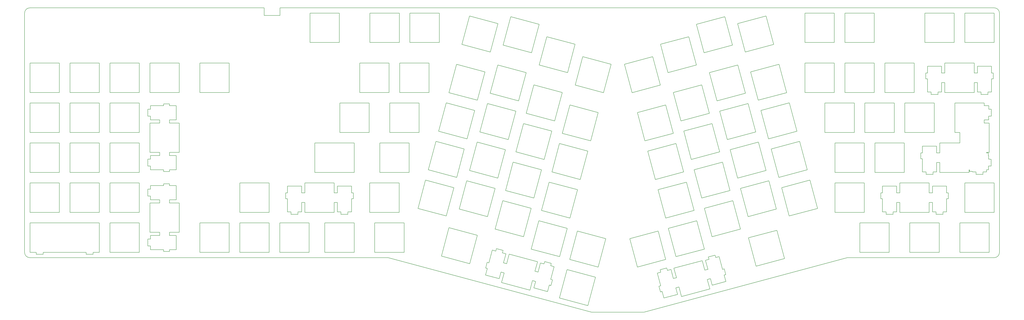
<source format=gbr>
%TF.GenerationSoftware,KiCad,Pcbnew,(5.1.10)-1*%
%TF.CreationDate,2021-06-29T00:41:49-07:00*%
%TF.ProjectId,HSC_Alice_plate,4853435f-416c-4696-9365-5f706c617465,rev?*%
%TF.SameCoordinates,Original*%
%TF.FileFunction,Profile,NP*%
%FSLAX46Y46*%
G04 Gerber Fmt 4.6, Leading zero omitted, Abs format (unit mm)*
G04 Created by KiCad (PCBNEW (5.1.10)-1) date 2021-06-29 00:41:49*
%MOMM*%
%LPD*%
G01*
G04 APERTURE LIST*
%TA.AperFunction,Profile*%
%ADD10C,0.200000*%
%TD*%
G04 APERTURE END LIST*
D10*
X343270278Y-118187711D02*
X343270277Y-113488712D01*
X152974900Y-155271587D02*
X154191453Y-150731349D01*
X370595377Y-89613062D02*
X371845628Y-89613062D01*
X113097238Y-65998133D02*
X109473772Y-79521095D01*
X137661238Y-47927033D02*
X134037772Y-61449995D01*
X126620200Y-69621600D02*
X113097238Y-65998133D01*
X109473772Y-79521095D02*
X122996733Y-83144561D01*
X131550200Y-51220200D02*
X118027238Y-47596733D01*
X134037772Y-61449995D02*
X147560733Y-65073461D01*
X181896733Y-84134561D02*
X185520200Y-70611600D01*
X168373772Y-80511095D02*
X181896733Y-84134561D01*
X127926733Y-64743161D02*
X131550200Y-51220200D01*
X129106772Y-79851095D02*
X142629733Y-83474561D01*
X142629733Y-83474561D02*
X146253200Y-69951600D01*
X122996733Y-83144561D02*
X126620200Y-69621600D01*
X118027238Y-47596733D02*
X114403772Y-61119695D01*
X151205772Y-70981095D02*
X164728733Y-74604561D01*
X114403772Y-61119695D02*
X127926733Y-64743161D01*
X154829238Y-57458133D02*
X151205772Y-70981095D01*
X164728733Y-74604561D02*
X168352200Y-61081600D01*
X171997238Y-66988133D02*
X168373772Y-80511095D01*
X185520200Y-70611600D02*
X171997238Y-66988133D01*
X147560733Y-65073461D02*
X151184200Y-51550500D01*
X151184200Y-51550500D02*
X137661238Y-47927033D01*
X168352200Y-61081600D02*
X154829238Y-57458133D01*
X371637227Y-69062706D02*
X371642785Y-67345361D01*
X371846228Y-75613112D02*
X369464628Y-75613412D01*
X372835921Y-69066585D02*
X371637227Y-69062706D01*
X371620967Y-74086880D02*
X371626545Y-72363189D01*
X372825239Y-72367068D02*
X372835921Y-69066585D01*
X371626545Y-72363189D02*
X372825239Y-72367068D01*
X362471017Y-98683096D02*
X363843489Y-98687538D01*
X369464628Y-74088012D02*
X371620967Y-74086880D01*
X362471017Y-97887811D02*
X362471017Y-98683096D01*
X47780628Y-137238062D02*
X47780628Y-123238062D01*
X33780628Y-123238062D02*
X33780628Y-137238062D01*
X76355628Y-80088062D02*
X76355628Y-66088062D01*
X76642628Y-118188062D02*
X90642628Y-118188062D01*
X62355628Y-66088062D02*
X62355628Y-80088062D01*
X76355628Y-66088062D02*
X62355628Y-66088062D01*
X62355628Y-80088062D02*
X76355628Y-80088062D01*
X90642628Y-118188062D02*
X90642628Y-104188062D01*
X50448628Y-99138062D02*
X69211628Y-99138062D01*
X95405628Y-99138062D02*
X95405628Y-85138062D01*
X81405628Y-85138062D02*
X81405628Y-99138062D01*
X95405628Y-85138062D02*
X81405628Y-85138062D01*
X81405628Y-99138062D02*
X95405628Y-99138062D01*
X55211628Y-137238062D02*
X69211628Y-137238062D01*
X47780628Y-123238062D02*
X33780628Y-123238062D01*
X76642628Y-104188062D02*
X76642628Y-118188062D01*
X90642628Y-104188062D02*
X76642628Y-104188062D01*
X69211628Y-123238062D02*
X55211628Y-123238062D01*
X93023628Y-123238062D02*
X79023628Y-123238062D01*
X69211628Y-85138062D02*
X50448628Y-85138062D01*
X45686628Y-118188062D02*
X59686628Y-118188062D01*
X50448628Y-85138062D02*
X50448628Y-99138062D01*
X93023628Y-137238062D02*
X93023628Y-123238062D01*
X79023628Y-123238062D02*
X79023628Y-137238062D01*
X79023628Y-137238062D02*
X93023628Y-137238062D01*
X69211628Y-137238062D02*
X69211628Y-123238062D01*
X69211628Y-99138062D02*
X69211628Y-85138062D01*
X55211628Y-123238062D02*
X55211628Y-137238062D01*
X-33182372Y-104188062D02*
X-47182372Y-104188062D01*
X-66232372Y-85138062D02*
X-66232372Y-99138062D01*
X-85282373Y-66088062D02*
X-85282373Y-80088062D01*
X-47182372Y-80088062D02*
X-33182372Y-80088062D01*
X-52232372Y-85138062D02*
X-66232372Y-85138062D01*
X-33182372Y-118188062D02*
X-33182372Y-104188062D01*
X-71282373Y-99138062D02*
X-71282373Y-85138062D01*
X-4319372Y-123238062D02*
X-4319372Y-137238062D01*
X9680628Y-123238062D02*
X-4319372Y-123238062D01*
X-52232372Y-118188062D02*
X-52232372Y-104188062D01*
X-47182372Y-66088062D02*
X-47182372Y-80088062D01*
X-66232372Y-99138062D02*
X-52232372Y-99138062D01*
X-33182372Y-137238062D02*
X-33182372Y-123238062D01*
X-33182372Y-123238062D02*
X-47182372Y-123238062D01*
X-47182372Y-137238062D02*
X-33182372Y-137238062D01*
X-85282373Y-123238062D02*
X-85282373Y-137238062D01*
X-66232372Y-118188062D02*
X-52232372Y-118188062D01*
X-47182372Y-99138062D02*
X-33182372Y-99138062D01*
X-47182372Y-104188062D02*
X-47182372Y-118188062D01*
X-47182372Y-118188062D02*
X-33182372Y-118188062D01*
X-33182372Y-99138062D02*
X-33182372Y-85138062D01*
X-66232372Y-66088062D02*
X-66232372Y-80088062D01*
X-66232372Y-80088062D02*
X-52232372Y-80088062D01*
X-47182372Y-85138062D02*
X-47182372Y-99138062D01*
X-85282373Y-80088062D02*
X-71282373Y-80088062D01*
X-28132373Y-75613062D02*
X-28132373Y-89613062D01*
X-52232372Y-99138062D02*
X-52232372Y-85138062D01*
X-85282373Y-85138062D02*
X-85282373Y-99138062D01*
X-85282373Y-99138062D02*
X-71282373Y-99138062D01*
X9680628Y-61037761D02*
X9680628Y-47037762D01*
X-66232372Y-104188062D02*
X-66232372Y-118188062D01*
X-71282373Y-104188062D02*
X-85282373Y-104188062D01*
X-33182372Y-85138062D02*
X-47182372Y-85138062D01*
X-85282373Y-137238062D02*
X-82308272Y-137238062D01*
X-71282373Y-118188062D02*
X-71282373Y-104188062D01*
X-52232372Y-80088062D02*
X-52232372Y-66088062D01*
X-33182372Y-80088062D02*
X-33182372Y-66088062D01*
X-47182372Y-123238062D02*
X-47182372Y-137238062D01*
X-71282373Y-85138062D02*
X-85282373Y-85138062D01*
X33780628Y-137238062D02*
X47780628Y-137238062D01*
X28730628Y-118188062D02*
X28730628Y-104188062D01*
X-71282373Y-66088062D02*
X-85282373Y-66088062D01*
X28730628Y-104188062D02*
X14730628Y-104188062D01*
X-85282373Y-104188062D02*
X-85282373Y-118188062D01*
X-85282373Y-118188062D02*
X-71282373Y-118188062D01*
X-33182372Y-66088062D02*
X-47182372Y-66088062D01*
X14730628Y-104188062D02*
X14730628Y-118188062D01*
X14730628Y-118188062D02*
X28730628Y-118188062D01*
X28730628Y-137238062D02*
X28730628Y-123238062D01*
X-14132372Y-89613062D02*
X-14132372Y-75613062D01*
X14730628Y-123238062D02*
X14730628Y-137238062D01*
X-71282373Y-80088062D02*
X-71282373Y-66088062D01*
X-52232372Y-137238062D02*
X-52232372Y-123238062D01*
X-52232372Y-104188062D02*
X-66232372Y-104188062D01*
X28730628Y-123238062D02*
X14730628Y-123238062D01*
X14730628Y-137238062D02*
X28730628Y-137238062D01*
X9680628Y-137238062D02*
X9680628Y-123238062D01*
X-52232372Y-66088062D02*
X-66232372Y-66088062D01*
X-4319372Y-137238062D02*
X9680628Y-137238062D01*
X-55207572Y-137238062D02*
X-52232372Y-137238062D01*
X-79007672Y-137238062D02*
X-58508072Y-137238062D01*
X270442556Y-116652451D02*
X266819089Y-103129489D01*
X236127128Y-116283956D02*
X239750594Y-129806917D01*
X-21633123Y-104612812D02*
X-21633123Y-105438312D01*
X-27903422Y-74088012D02*
X-23433023Y-74088012D01*
X-14131123Y-75613112D02*
X-14131123Y-89612712D01*
X-18833123Y-89612712D02*
X-14132722Y-89612712D01*
X239750594Y-129806917D02*
X253273556Y-126183451D01*
X-18833123Y-66512812D02*
X-21633123Y-66512812D01*
X-18833123Y-67338312D02*
X-18833123Y-66512812D01*
X-15603122Y-67338312D02*
X-18833123Y-67338312D01*
X-18833123Y-74088012D02*
X-15603122Y-74088012D01*
X-23433023Y-91138512D02*
X-27903422Y-91138512D01*
X-27903422Y-69062012D02*
X-29102123Y-69062012D01*
X-15603122Y-91138512D02*
X-18833123Y-91138512D01*
X-18833123Y-75613412D02*
X-18833123Y-74088012D01*
X-14132722Y-89612712D02*
X-14132722Y-75613412D01*
X274305556Y-140270451D02*
X270682089Y-126747489D01*
X256919594Y-120275917D02*
X270442556Y-116652451D01*
X-29102123Y-72362612D02*
X-27903422Y-72362612D01*
X260782594Y-143893917D02*
X274305556Y-140270451D01*
X-29102123Y-96162712D02*
X-27903422Y-96162712D01*
X257159128Y-130370956D02*
X260782594Y-143893917D01*
X-27903422Y-72362612D02*
X-27903422Y-74088012D01*
X-27903422Y-96162712D02*
X-27903422Y-97887812D01*
X276552594Y-119945917D02*
X290075556Y-116322451D01*
X-23433023Y-74088012D02*
X-23433023Y-75613412D01*
X253273556Y-126183451D02*
X249650089Y-112660489D01*
X290075556Y-116322451D02*
X286452089Y-102799489D01*
X272929128Y-106422956D02*
X276552594Y-119945917D01*
X-18833123Y-98711912D02*
X-18833123Y-97887812D01*
X249650089Y-112660489D02*
X236127128Y-116283956D01*
X270682089Y-126747489D02*
X257159128Y-130370956D01*
X-27903422Y-92862212D02*
X-29102123Y-92862212D01*
X-27903422Y-91138512D02*
X-27903422Y-92862212D01*
X-23433023Y-89612712D02*
X-23433023Y-91138512D01*
X-21633123Y-67338312D02*
X-27903422Y-67338312D01*
X-29102123Y-69062012D02*
X-29102123Y-72362612D01*
X286452089Y-102799489D02*
X272929128Y-106422956D01*
X-15603122Y-74088012D02*
X-15603122Y-67338312D01*
X-14132722Y-75613412D02*
X-18833123Y-75613412D01*
X-18833123Y-91138512D02*
X-18833123Y-89612712D01*
X-15603122Y-97887812D02*
X-15603122Y-91138512D01*
X-18833123Y-97887812D02*
X-15603122Y-97887812D01*
X-27903422Y-67338312D02*
X-27903422Y-69062012D01*
X253296128Y-106752956D02*
X256919594Y-120275917D01*
X-21633123Y-66512812D02*
X-21633123Y-67338312D01*
X-21633123Y-98711912D02*
X-18833123Y-98711912D01*
X-29102123Y-92862212D02*
X-29102123Y-96162712D01*
X-21633123Y-97887812D02*
X-21633123Y-98711912D01*
X-27903422Y-97887812D02*
X-21633123Y-97887812D01*
X-28132023Y-89612712D02*
X-23433023Y-89612712D01*
X-23433023Y-75613412D02*
X-28132023Y-75613412D01*
X266819089Y-103129489D02*
X253296128Y-106752956D01*
X238482556Y-70980451D02*
X234859089Y-57457489D01*
X235964594Y-42072417D02*
X249487556Y-38448951D01*
X221313556Y-80511451D02*
X217690089Y-66988489D01*
X256958089Y-66327489D02*
X243435128Y-69950956D01*
X217704556Y-140644451D02*
X214081089Y-127121489D01*
X214081089Y-127121489D02*
X200558128Y-130744956D01*
X255650556Y-61450051D02*
X252027089Y-47927089D01*
X269120556Y-38118651D02*
X265497089Y-24595689D01*
X271622594Y-101544917D02*
X285145556Y-97921451D01*
X261888089Y-84728489D02*
X248365128Y-88351956D01*
X229889594Y-93004917D02*
X243412556Y-89381451D01*
X261761594Y-64743217D02*
X275284556Y-61119751D01*
X200558128Y-130744956D02*
X204181594Y-144267917D01*
X251988594Y-101874917D02*
X265511556Y-98251451D01*
X244720089Y-94259489D02*
X231197128Y-97882956D01*
X265497089Y-24595689D02*
X251974128Y-28219156D01*
X249487556Y-38448951D02*
X245864089Y-24925989D01*
X218959128Y-125814956D02*
X222582594Y-139337917D01*
X255597594Y-41742117D02*
X269120556Y-38118651D01*
X248343556Y-107782451D02*
X244720089Y-94259489D01*
X234820594Y-111405917D02*
X248343556Y-107782451D01*
X232482089Y-122191489D02*
X218959128Y-125814956D01*
X212721594Y-102535917D02*
X226244556Y-98912451D01*
X239789089Y-75858489D02*
X226266128Y-79481956D01*
X238504128Y-51550556D02*
X242127594Y-65073517D01*
X209098128Y-89012956D02*
X212721594Y-102535917D01*
X247058594Y-83473917D02*
X260581556Y-79850451D01*
X224959594Y-74603917D02*
X238482556Y-70980451D01*
X204181594Y-144267917D02*
X217704556Y-140644451D01*
X214028128Y-107413956D02*
X217651594Y-120936917D01*
X263068128Y-69620956D02*
X266691594Y-83143917D01*
X276591089Y-65997489D02*
X263068128Y-69620956D01*
X236105556Y-135714451D02*
X232482089Y-122191489D01*
X234859089Y-57457489D02*
X221336128Y-61080956D01*
X285145556Y-97921451D02*
X281522089Y-84398489D01*
X222621089Y-85389489D02*
X209098128Y-89012956D01*
X280214556Y-79520451D02*
X276591089Y-65997489D01*
X243412556Y-89381451D02*
X239789089Y-75858489D01*
X231174556Y-117313451D02*
X227551089Y-103790489D01*
X226244556Y-98912451D02*
X222621089Y-85389489D01*
X258138128Y-51220256D02*
X261761594Y-64743217D01*
X242127594Y-65073517D02*
X255650556Y-61450051D01*
X221336128Y-61080956D02*
X224959594Y-74603917D01*
X232341128Y-28549456D02*
X235964594Y-42072417D01*
X267999128Y-88021956D02*
X271622594Y-101544917D01*
X217690089Y-66988489D02*
X204167128Y-70611956D01*
X243435128Y-69950956D02*
X247058594Y-83473917D01*
X260581556Y-79850451D02*
X256958089Y-66327489D01*
X266691594Y-83143917D02*
X280214556Y-79520451D01*
X271661089Y-47596789D02*
X258138128Y-51220256D01*
X275284556Y-61119751D02*
X271661089Y-47596789D01*
X204167128Y-70611956D02*
X207790594Y-84134917D01*
X252027089Y-47927089D02*
X238504128Y-51550556D01*
X281522089Y-84398489D02*
X267999128Y-88021956D01*
X227551089Y-103790489D02*
X214028128Y-107413956D01*
X248365128Y-88351956D02*
X251988594Y-101874917D01*
X265511556Y-98251451D02*
X261888089Y-84728489D01*
X231197128Y-97882956D02*
X234820594Y-111405917D01*
X207790594Y-84134917D02*
X221313556Y-80511451D01*
X222582594Y-139337917D02*
X236105556Y-135714451D01*
X226266128Y-79481956D02*
X229889594Y-93004917D01*
X251974128Y-28219156D02*
X255597594Y-41742117D01*
X245864089Y-24925989D02*
X232341128Y-28549456D01*
X217651594Y-120936917D02*
X231174556Y-117313451D01*
X127800238Y-84729133D02*
X124176772Y-98252095D01*
X175659200Y-107413600D02*
X162136238Y-103790133D01*
X172035733Y-120936561D02*
X175659200Y-107413600D01*
X141323200Y-88352600D02*
X127800238Y-84729133D01*
X132730238Y-66328133D02*
X129106772Y-79851095D01*
X167067238Y-85389133D02*
X163443772Y-98912095D01*
X121689200Y-88021600D02*
X108166238Y-84398133D01*
X157206238Y-122191133D02*
X153582772Y-135714095D01*
X108166238Y-84398133D02*
X104542772Y-97921095D01*
X116759200Y-106422600D02*
X103236238Y-102799133D01*
X167052772Y-159045095D02*
X180575733Y-162668561D01*
X153582772Y-135714095D02*
X167105733Y-139337561D01*
X119245772Y-116653095D02*
X132768733Y-120276561D01*
X132768733Y-120276561D02*
X136392200Y-106753600D01*
X167105733Y-139337561D02*
X170729200Y-125814600D01*
X159797733Y-93005561D02*
X163421200Y-79482600D01*
X232319556Y-47979651D02*
X228696089Y-34456689D01*
X141344772Y-107782095D02*
X154867733Y-111405561D01*
X215173128Y-38080156D02*
X218796594Y-51603117D01*
X228696089Y-34456689D02*
X215173128Y-38080156D01*
X218796594Y-51603117D02*
X232319556Y-47979651D01*
X215150556Y-57510351D02*
X211527089Y-43987389D01*
X103236238Y-102799133D02*
X99612772Y-116322095D01*
X198004128Y-47610856D02*
X201627594Y-61133817D01*
X176966733Y-102535561D02*
X180590200Y-89012600D01*
X211527089Y-43987389D02*
X198004128Y-47610856D01*
X201627594Y-61133817D02*
X215150556Y-57510351D01*
X180590200Y-89012600D02*
X167067238Y-85389133D01*
X99612772Y-116322095D02*
X113135733Y-119945561D01*
X124176772Y-98252095D02*
X137699733Y-101875561D01*
X158512772Y-117313095D02*
X172035733Y-120936561D01*
X149936733Y-129806561D02*
X153560200Y-116283600D01*
X122869238Y-103130133D02*
X119245772Y-116653095D01*
X124305733Y-142660561D02*
X127929200Y-129137600D01*
X170676238Y-145522133D02*
X167052772Y-159045095D01*
X137699733Y-101875561D02*
X141323200Y-88352600D01*
X136392200Y-106753600D02*
X122869238Y-103130133D01*
X189129200Y-130745600D02*
X175606238Y-127122133D01*
X136413772Y-126183095D02*
X149936733Y-129806561D01*
X153560200Y-116283600D02*
X140037238Y-112660133D01*
X154867733Y-111405561D02*
X158491200Y-97882600D01*
X162136238Y-103790133D02*
X158512772Y-117313095D01*
X163421200Y-79482600D02*
X149898238Y-75859133D01*
X163443772Y-98912095D02*
X176966733Y-102535561D01*
X114406238Y-125514133D02*
X110782772Y-139037095D01*
X158491200Y-97882600D02*
X144968238Y-94259133D01*
X127929200Y-129137600D02*
X114406238Y-125514133D01*
X185505733Y-144268561D02*
X189129200Y-130745600D01*
X113135733Y-119945561D02*
X116759200Y-106422600D01*
X118065733Y-101544561D02*
X121689200Y-88021600D01*
X149898238Y-75859133D02*
X146274772Y-89382095D01*
X110782772Y-139037095D02*
X124305733Y-142660561D01*
X170729200Y-125814600D02*
X157206238Y-122191133D01*
X146274772Y-89382095D02*
X159797733Y-93005561D01*
X184199200Y-149145600D02*
X170676238Y-145522133D01*
X180575733Y-162668561D02*
X184199200Y-149145600D01*
X175606238Y-127122133D02*
X171982772Y-140645095D01*
X144968238Y-94259133D02*
X141344772Y-107782095D01*
X171982772Y-140645095D02*
X185505733Y-144268561D01*
X140037238Y-112660133D02*
X136413772Y-126183095D01*
X104542772Y-97921095D02*
X118065733Y-101544561D01*
X329270977Y-113488712D02*
X329270978Y-118187711D01*
X344796077Y-113488712D02*
X344796077Y-117959111D01*
X343270277Y-113488712D02*
X344796077Y-113488712D01*
X327745577Y-113488712D02*
X329270977Y-113488712D01*
X222805437Y-149358710D02*
X221330995Y-149751250D01*
X140669167Y-147108064D02*
X139452614Y-151648302D01*
X162981957Y-153086758D02*
X163706651Y-150382166D01*
X223345376Y-157317596D02*
X222514401Y-154196318D01*
X139195358Y-146713158D02*
X140669167Y-147108064D01*
X143075900Y-138126016D02*
X156598475Y-141749379D01*
X131840049Y-148086251D02*
X138359372Y-149833098D01*
X320995877Y-117959112D02*
X322719577Y-117959111D01*
X362320627Y-99138062D02*
X362320627Y-97887811D01*
X216823256Y-159053974D02*
X223345376Y-157317596D01*
X213658786Y-147167700D02*
X215271931Y-153226942D01*
X241514314Y-139751751D02*
X241205927Y-138593399D01*
X138359372Y-149833098D02*
X139195358Y-146713158D01*
X245513490Y-148073294D02*
X246311204Y-147860919D01*
X239821959Y-152931053D02*
X246344465Y-151194573D01*
X238990984Y-149809774D02*
X239821959Y-152931053D01*
X238726190Y-154744396D02*
X237516928Y-150202210D01*
X215992281Y-155932695D02*
X216823256Y-159053974D01*
X154191453Y-150731349D02*
X155664876Y-151126152D01*
X215325819Y-146723887D02*
X213658786Y-147167700D01*
X218206838Y-144716423D02*
X215017432Y-145565535D01*
X218515225Y-145874775D02*
X218206838Y-144716423D01*
X221596536Y-144817878D02*
X222805437Y-149358710D01*
X245590854Y-145155167D02*
X244793140Y-145367541D01*
X162184586Y-152873103D02*
X162981957Y-153086758D01*
X161348600Y-155993043D02*
X162184586Y-152873103D01*
X132676035Y-144966310D02*
X131840049Y-148086251D01*
X154828891Y-154246092D02*
X161348600Y-155993043D01*
X132604708Y-142048425D02*
X131880015Y-144753018D01*
X243179994Y-139308299D02*
X241514314Y-139751751D01*
X238324811Y-140600889D02*
X236657488Y-141044779D01*
X155664876Y-151126152D02*
X154828891Y-154246092D01*
X322719577Y-117959111D02*
X322719577Y-119157812D01*
X236333523Y-145757142D02*
X235124621Y-141216310D01*
X237807578Y-145364706D02*
X236333523Y-145757142D01*
X215195920Y-156144709D02*
X215992281Y-155932695D01*
X215271931Y-153226942D02*
X214475571Y-153438957D01*
X215017432Y-145565535D02*
X215325819Y-146723887D01*
X131880015Y-144753018D02*
X132676035Y-144966310D01*
X326020177Y-119157811D02*
X326020177Y-117959111D01*
X221596536Y-144817878D02*
X235124911Y-141216233D01*
X237516928Y-150202210D02*
X238990984Y-149809774D01*
X223988843Y-153803779D02*
X225198104Y-158345964D01*
X236657488Y-141044779D02*
X237807578Y-145364706D01*
X238016425Y-139442537D02*
X238324811Y-140600889D01*
X320170377Y-111688812D02*
X320995877Y-111688812D01*
X327745577Y-117959112D02*
X327745577Y-113488712D01*
X326020177Y-117959111D02*
X327745577Y-117959112D01*
X241205927Y-138593399D02*
X238016425Y-139442537D01*
X222514401Y-154196318D02*
X223988843Y-153803779D01*
X133400728Y-142261718D02*
X132604708Y-142048425D01*
X220180905Y-145431323D02*
X218515225Y-145874775D01*
X244793140Y-145367541D02*
X243179994Y-139308299D01*
X322719577Y-119157812D02*
X326020177Y-119157811D01*
X320995877Y-111688812D02*
X320995877Y-117959112D01*
X238726891Y-154745865D02*
X225198516Y-158347510D01*
X246311204Y-147860919D02*
X245590854Y-145155167D01*
X246344465Y-151194573D02*
X245513490Y-148073294D01*
X214475571Y-153438957D02*
X215195920Y-156144709D01*
X221330995Y-149751250D02*
X220180905Y-145431323D01*
X-15603122Y-129238512D02*
X-18833123Y-129238512D01*
X-18833123Y-135987812D02*
X-15603122Y-135987812D01*
X156855418Y-146682990D02*
X155381995Y-146288187D01*
X-55207572Y-138208612D02*
X-55207572Y-137238062D01*
X-18833123Y-112188012D02*
X-15603122Y-112188012D01*
X-18833123Y-113713412D02*
X-18833123Y-112188012D01*
X-27903422Y-135987812D02*
X-21633123Y-135987812D01*
X-27903422Y-105438312D02*
X-27903422Y-107162012D01*
X-29102123Y-107162012D02*
X-29102123Y-110462612D01*
X-15603122Y-135987812D02*
X-15603122Y-129238512D01*
X-14132722Y-127712712D02*
X-14132722Y-113713412D01*
X-29102123Y-130962212D02*
X-29102123Y-134262712D01*
X-27903422Y-112188012D02*
X-23433023Y-112188012D01*
X-28132023Y-127712712D02*
X-23433023Y-127712712D01*
X-29102123Y-134262712D02*
X-27903422Y-134262712D01*
X136689920Y-136651562D02*
X135023601Y-136205073D01*
X-14132722Y-113713412D02*
X-18833123Y-113713412D01*
X137000166Y-135493707D02*
X136689920Y-136651562D01*
X140188204Y-136347939D02*
X137000166Y-135493707D01*
X139877958Y-137505794D02*
X140188204Y-136347939D01*
X140385900Y-142269995D02*
X141542924Y-137951921D01*
X141859709Y-142664902D02*
X140385900Y-142269995D01*
X-58508072Y-138208612D02*
X-55207572Y-138208612D01*
X-29102123Y-110462612D02*
X-27903422Y-110462612D01*
X159679051Y-142811481D02*
X158012443Y-142364915D01*
X-28132023Y-127712712D02*
X-28132023Y-113713112D01*
X155381995Y-146288187D02*
X156598185Y-141749302D01*
X158012443Y-142364915D02*
X156855418Y-146682990D01*
X159989297Y-141653626D02*
X159679051Y-142811481D01*
X163177432Y-142507884D02*
X159989297Y-141653626D01*
X-27903422Y-107162012D02*
X-29102123Y-107162012D01*
X-52232372Y-123238062D02*
X-85282373Y-123238062D01*
X-27903422Y-130962212D02*
X-29102123Y-130962212D01*
X-23433023Y-113713412D02*
X-28132023Y-113713412D01*
X162867186Y-143665739D02*
X163177432Y-142507884D01*
X163706651Y-150382166D02*
X162909279Y-150168510D01*
X-79007672Y-138208612D02*
X-79007672Y-137238062D01*
X-23433023Y-112188012D02*
X-23433023Y-113713412D01*
X-82308272Y-137238062D02*
X-82308272Y-138208612D01*
X-23433023Y-127712712D02*
X-23433023Y-129238512D01*
X-18833123Y-136811912D02*
X-18833123Y-135987812D01*
X-18833123Y-127712712D02*
X-14132722Y-127712712D01*
X-23433023Y-129238512D02*
X-27903422Y-129238512D01*
X-18833123Y-105438312D02*
X-18833123Y-104612812D01*
X164532152Y-144111866D02*
X162867186Y-143665739D01*
X162909279Y-150168510D02*
X164532152Y-144111866D01*
X139452186Y-151648549D02*
X152974900Y-155271587D01*
X-21633123Y-105438312D02*
X-27903422Y-105438312D01*
X-58508072Y-137238062D02*
X-58508072Y-138208612D01*
X-18833123Y-104612812D02*
X-21633123Y-104612812D01*
X-21633123Y-136811912D02*
X-18833123Y-136811912D01*
X-27903422Y-110462612D02*
X-27903422Y-112188012D01*
X135023601Y-136205073D02*
X133400728Y-142261718D01*
X141542924Y-137951921D02*
X139877958Y-137505794D01*
X-27903422Y-134262712D02*
X-27903422Y-135987812D01*
X143075900Y-138126016D02*
X141859709Y-142664902D01*
X-15603122Y-105438312D02*
X-18833123Y-105438312D01*
X-15603122Y-112188012D02*
X-15603122Y-105438312D01*
X-18833123Y-129238512D02*
X-18833123Y-127712712D01*
X-21633123Y-135987812D02*
X-21633123Y-136811912D01*
X-27903422Y-129238512D02*
X-27903422Y-130962212D01*
X-82308272Y-138208612D02*
X-79007672Y-138208612D01*
X320995877Y-108888811D02*
X320170378Y-108888811D01*
X327745577Y-105658812D02*
X320995877Y-105658812D01*
X346795577Y-94438712D02*
X348320977Y-94438712D01*
X362320278Y-97887811D02*
X362471017Y-97887812D01*
X371415277Y-91136803D02*
X371419477Y-89838812D01*
X370595377Y-98909112D02*
X370595377Y-97866662D01*
X340045877Y-98909112D02*
X341769577Y-98909112D01*
X341769577Y-98909112D02*
X341769577Y-100107812D01*
X344796077Y-117959111D02*
X346519777Y-117959112D01*
X320995877Y-105658812D02*
X320995877Y-108888811D01*
X339220377Y-92638812D02*
X340045877Y-92638812D01*
X344796077Y-105658811D02*
X344796077Y-108888811D01*
X349820277Y-119157811D02*
X349820277Y-117959111D01*
X351545377Y-111688812D02*
X352369477Y-111688812D01*
X344796077Y-108888811D02*
X343270277Y-108888811D01*
X347452327Y-60809612D02*
X349177727Y-60809612D01*
X340045877Y-92638812D02*
X340045877Y-98909112D01*
X347452327Y-62008312D02*
X347452327Y-60809612D01*
X342428027Y-60809612D02*
X344151727Y-60809612D01*
X342428027Y-54539312D02*
X342428027Y-60809612D01*
X364702777Y-47038562D02*
X350702777Y-47038562D01*
X371642785Y-67345361D02*
X369464628Y-67338312D01*
X368870277Y-98909112D02*
X370595377Y-98909112D01*
X346519777Y-117959112D02*
X346519777Y-119157811D01*
X340045877Y-89838812D02*
X339220377Y-89838812D01*
X348320977Y-94438712D02*
X348320978Y-99137712D01*
X341602527Y-54539312D02*
X342428027Y-54539312D01*
X340045877Y-86608812D02*
X340045877Y-89838812D01*
X346795577Y-86608812D02*
X340045877Y-86608812D01*
X363843489Y-98687538D02*
X363846077Y-98909112D01*
X351545377Y-105658812D02*
X344796077Y-105658811D01*
X351545377Y-117959111D02*
X351545377Y-111688812D01*
X346795577Y-89838812D02*
X346795577Y-86608812D01*
X370595377Y-89838812D02*
X370595377Y-89613062D01*
X365569777Y-100107811D02*
X368870277Y-100107812D01*
X349820277Y-117959111D02*
X351545377Y-117959111D01*
X363846077Y-98909112D02*
X365569777Y-98909112D01*
X352369477Y-111688812D02*
X352369477Y-108888811D01*
X327745577Y-108888811D02*
X327745577Y-105658812D01*
X352369477Y-108888811D02*
X351545377Y-108888811D01*
X345070177Y-98909112D02*
X346795577Y-98909112D01*
X339220377Y-89838812D02*
X339220377Y-92638812D01*
X348320977Y-89838812D02*
X346795577Y-89838812D01*
X348320977Y-85138412D02*
X348320977Y-89838812D01*
X371419477Y-89838812D02*
X370595377Y-89838812D01*
X368870277Y-100107812D02*
X368870277Y-98909112D01*
X346795577Y-98909112D02*
X346795577Y-94438712D01*
X329270977Y-108888811D02*
X327745577Y-108888811D01*
X346519777Y-119157811D02*
X349820277Y-119157811D01*
X344151727Y-62008312D02*
X347452327Y-62008312D01*
X344151727Y-60809612D02*
X344151727Y-62008312D01*
X343270277Y-108888811D02*
X343270278Y-104188412D01*
X345070177Y-100107812D02*
X345070177Y-98909112D01*
X341769577Y-100107812D02*
X345070177Y-100107812D01*
X320170378Y-108888811D02*
X320170377Y-111688812D01*
X329270977Y-104188412D02*
X329270977Y-108888811D01*
X351545377Y-108888811D02*
X351545377Y-105658812D01*
X365569777Y-98909112D02*
X365569777Y-100107811D01*
X90731628Y-23212562D02*
X76731628Y-23212562D01*
X76731628Y-37212562D02*
X90731628Y-37212562D01*
X90930628Y-61037761D02*
X104930628Y-61037761D01*
X100167628Y-80088062D02*
X100167628Y-66088062D01*
X284027627Y-23225262D02*
X284027627Y-37225262D01*
X86167628Y-80088062D02*
X100167628Y-80088062D01*
X298027628Y-23225262D02*
X284027627Y-23225262D01*
X100167628Y-66088062D02*
X86167628Y-66088062D01*
X284027627Y-37225262D02*
X298027628Y-37225262D01*
X109781628Y-37212562D02*
X109781628Y-23212562D01*
X95781628Y-23212562D02*
X95781628Y-37212562D01*
X48156628Y-23212562D02*
X48156628Y-37212562D01*
X109781628Y-23212562D02*
X95781628Y-23212562D01*
X62156628Y-37212562D02*
X62156628Y-23212562D01*
X104930628Y-61037761D02*
X104930628Y-47037762D01*
X62156628Y-23212562D02*
X48156628Y-23212562D01*
X71880628Y-47037762D02*
X71880628Y-61037761D01*
X95781628Y-37212562D02*
X109781628Y-37212562D01*
X48156628Y-37212562D02*
X62156628Y-37212562D01*
X90731628Y-37212562D02*
X90731628Y-23212562D01*
X85880628Y-47037762D02*
X71880628Y-47037762D01*
X76731628Y-23212562D02*
X76731628Y-37212562D01*
X90930628Y-47037762D02*
X90930628Y-61037761D01*
X86167628Y-66088062D02*
X86167628Y-80088062D01*
X104930628Y-47037762D02*
X90930628Y-47037762D01*
X85880628Y-61037761D02*
X85880628Y-47037762D01*
X71880628Y-61037761D02*
X85880628Y-61037761D01*
X345652628Y-80088062D02*
X345652628Y-66088062D01*
X312602628Y-80088062D02*
X326602628Y-80088062D01*
X284027627Y-61037761D02*
X298027628Y-61037761D01*
X374227627Y-37225262D02*
X374227627Y-23225262D01*
X307552628Y-80088062D02*
X307552628Y-66088062D01*
X307552628Y-66088062D02*
X293552628Y-66088062D01*
X303077628Y-37225262D02*
X317077628Y-37225262D01*
X298314628Y-118188062D02*
X312314628Y-118188062D01*
X331364628Y-85138062D02*
X317364628Y-85138062D01*
X371845628Y-89613062D02*
X371845628Y-75613062D01*
X322127628Y-61037761D02*
X336127628Y-61037761D01*
X317077628Y-23225262D02*
X303077628Y-23225262D01*
X293552628Y-66088062D02*
X293552628Y-80088062D01*
X317364628Y-99138062D02*
X331364628Y-99138062D01*
X357845628Y-85138062D02*
X348320627Y-85138062D01*
X357845628Y-80088062D02*
X357845628Y-85138062D01*
X355464628Y-66088062D02*
X355464628Y-80088062D01*
X355464628Y-80088062D02*
X357845628Y-80088062D01*
X312602628Y-66088062D02*
X312602628Y-80088062D01*
X331652628Y-66088062D02*
X331652628Y-80088062D01*
X345652628Y-66088062D02*
X331652628Y-66088062D01*
X331652628Y-80088062D02*
X345652628Y-80088062D01*
X303077628Y-61037761D02*
X317077628Y-61037761D01*
X322127628Y-47037762D02*
X322127628Y-61037761D01*
X298027628Y-37225262D02*
X298027628Y-23225262D01*
X303077628Y-47037762D02*
X303077628Y-61037761D01*
X374227627Y-23225262D02*
X360227628Y-23225262D01*
X326602628Y-66088062D02*
X312602628Y-66088062D01*
X293552628Y-80088062D02*
X307552628Y-80088062D01*
X284027627Y-47037762D02*
X284027627Y-61037761D01*
X360227628Y-37225262D02*
X374227627Y-37225262D01*
X355177628Y-37225262D02*
X355177628Y-23225262D01*
X298314628Y-104188062D02*
X298314628Y-118188062D01*
X326602628Y-80088062D02*
X326602628Y-66088062D01*
X312314628Y-99138062D02*
X312314628Y-85138062D01*
X317077628Y-47037762D02*
X303077628Y-47037762D01*
X341177628Y-23225262D02*
X341177628Y-37225262D01*
X336127628Y-47037762D02*
X322127628Y-47037762D01*
X298314628Y-85138062D02*
X298314628Y-99138062D01*
X298027628Y-61037761D02*
X298027628Y-47037762D01*
X317077628Y-37225262D02*
X317077628Y-23225262D01*
X317077628Y-61037761D02*
X317077628Y-47037762D01*
X317364628Y-85138062D02*
X317364628Y-99138062D01*
X348320978Y-99137712D02*
X362320627Y-99138062D01*
X360227628Y-23225262D02*
X360227628Y-37225262D01*
X303077628Y-23225262D02*
X303077628Y-37225262D01*
X341177628Y-37225262D02*
X355177628Y-37225262D01*
X355177628Y-23225262D02*
X341177628Y-23225262D01*
X360227628Y-118188062D02*
X374227627Y-118188062D01*
X312314628Y-118188062D02*
X312314628Y-104188062D01*
X298027628Y-47037762D02*
X284027627Y-47037762D01*
X369464628Y-75613412D02*
X369464628Y-74088012D01*
X329270627Y-118188062D02*
X343270278Y-118187711D01*
X312314628Y-104188062D02*
X298314628Y-104188062D01*
X312314628Y-85138062D02*
X298314628Y-85138062D01*
X336127628Y-61037761D02*
X336127628Y-47037762D01*
X298314628Y-99138062D02*
X312314628Y-99138062D01*
X331364628Y-99138062D02*
X331364628Y-85138062D01*
X369464628Y-66088062D02*
X355464628Y-66088062D01*
X-33182372Y-61037761D02*
X-33182372Y-47037762D01*
X26328628Y-24230862D02*
X26329627Y-24225962D01*
X26330627Y-24250461D02*
X26328628Y-24230862D01*
X33795628Y-24331362D02*
X33790628Y-24330862D01*
X26409627Y-24329462D02*
X26390627Y-24323661D01*
X26345627Y-24286662D02*
X26336627Y-24269362D01*
X33850628Y-24314362D02*
X33833628Y-24323661D01*
X33895628Y-24230862D02*
X33893627Y-24250461D01*
X33833628Y-24323661D02*
X33814628Y-24329462D01*
X-4319372Y-47037762D02*
X-4319372Y-61037761D01*
X26336627Y-24269362D02*
X26330627Y-24250461D01*
X9680628Y-47037762D02*
X-4319372Y-47037762D01*
X-4319372Y-61037761D02*
X9680628Y-61037761D01*
X-14132372Y-61037761D02*
X-14132372Y-47037762D01*
X-28132373Y-47037762D02*
X-28132373Y-61037761D01*
X-47182372Y-47037762D02*
X-47182372Y-61037761D01*
X-14132372Y-47037762D02*
X-28132373Y-47037762D01*
X-66232372Y-61037761D02*
X-52232372Y-61037761D01*
X-28132373Y-61037761D02*
X-14132372Y-61037761D01*
X-33182372Y-47037762D02*
X-47182372Y-47037762D01*
X-47182372Y-61037761D02*
X-33182372Y-61037761D01*
X-52232372Y-47037762D02*
X-66232372Y-47037762D01*
X33866627Y-24301962D02*
X33850628Y-24314362D01*
X33895649Y-20686627D02*
X33895628Y-24230862D01*
X-66232372Y-47037762D02*
X-66232372Y-61037761D01*
X-71282372Y-47037761D02*
X-85282372Y-47037761D01*
X26358628Y-24301962D02*
X26345627Y-24286662D01*
X33893627Y-24250461D02*
X33887628Y-24269362D01*
X26429627Y-24331362D02*
X26424627Y-24330862D01*
X33887628Y-24269362D02*
X33878628Y-24286662D01*
X-52232372Y-61037761D02*
X-52232372Y-47037762D01*
X-71282373Y-61037761D02*
X-71282372Y-47037761D01*
X-85282372Y-47037761D02*
X-85282373Y-61037761D01*
X26434627Y-24330862D02*
X26429627Y-24331362D01*
X-85282373Y-61037761D02*
X-71282373Y-61037761D01*
X26329627Y-24225962D02*
X26329648Y-20686731D01*
X33814628Y-24329462D02*
X33795628Y-24331362D01*
X26373628Y-24314362D02*
X26358628Y-24301962D01*
X26390627Y-24323661D02*
X26373628Y-24314362D01*
X26424627Y-24330862D02*
X26409627Y-24329462D01*
X33790628Y-24330862D02*
X26434627Y-24330862D01*
X33878628Y-24286662D02*
X33866627Y-24301962D01*
X334033628Y-123238062D02*
X334033628Y-137238062D01*
X374227627Y-104188062D02*
X360227628Y-104188062D01*
X357845628Y-123238062D02*
X357845628Y-137238062D01*
X324220628Y-123238062D02*
X310220628Y-123238062D01*
X348033628Y-137238062D02*
X348033628Y-123238062D01*
X188059733Y-61133861D02*
X191683200Y-47610900D01*
X178160238Y-43987433D02*
X174536772Y-57510395D01*
X191683200Y-47610900D02*
X178160238Y-43987433D01*
X174536772Y-57510395D02*
X188059733Y-61133861D01*
X137713200Y-28219100D02*
X124190238Y-24595633D01*
X160992238Y-34456633D02*
X157368772Y-47979595D01*
X310220628Y-137238062D02*
X324220628Y-137238062D01*
X334033628Y-137238062D02*
X348033628Y-137238062D01*
X324220628Y-137238062D02*
X324220628Y-123238062D01*
X371845628Y-137238062D02*
X371845628Y-123238062D01*
X174515200Y-38080100D02*
X160992238Y-34456633D01*
X170891733Y-51603061D02*
X174515200Y-38080100D01*
X157368772Y-47979595D02*
X170891733Y-51603061D01*
X153723733Y-42072361D02*
X157347200Y-28549400D01*
X124190238Y-24595633D02*
X120566772Y-38118595D01*
X374227627Y-118188062D02*
X374227627Y-104188062D01*
X357845628Y-137238062D02*
X371845628Y-137238062D01*
X360227628Y-104188062D02*
X360227628Y-118188062D01*
X143824238Y-24925933D02*
X140200772Y-38448895D01*
X157347200Y-28549400D02*
X143824238Y-24925933D01*
X348033628Y-123238062D02*
X334033628Y-123238062D01*
X140200772Y-38448895D02*
X153723733Y-42072361D01*
X120566772Y-38118595D02*
X134089733Y-41742061D01*
X134089733Y-41742061D02*
X137713200Y-28219100D01*
X310220628Y-123238062D02*
X310220628Y-137238062D01*
X371845628Y-123238062D02*
X357845628Y-123238062D01*
X349177727Y-51739311D02*
X349177727Y-48509312D01*
X367951927Y-60809612D02*
X367951927Y-62008311D01*
X364702427Y-56339212D02*
X366228227Y-56339212D01*
X350703127Y-51739311D02*
X349177727Y-51739311D01*
X367951927Y-62008311D02*
X371252427Y-62008312D01*
X366228227Y-48509312D02*
X366228227Y-51739311D01*
X373801627Y-51739311D02*
X372977527Y-51739311D01*
X341602527Y-51739311D02*
X341602527Y-54539312D01*
X342428027Y-51739311D02*
X341602527Y-51739311D01*
X342428027Y-48509312D02*
X342428027Y-51739311D01*
X350703127Y-47038912D02*
X350703127Y-51739311D01*
X366228227Y-60809611D02*
X367951927Y-60809612D01*
X366228227Y-51739311D02*
X364702427Y-51739311D01*
X366228227Y-56339212D02*
X366228227Y-60809611D01*
X373801627Y-54539312D02*
X373801627Y-51739311D01*
X364702427Y-51739311D02*
X364702428Y-47038912D01*
X372977527Y-48509312D02*
X366228227Y-48509312D01*
X372977527Y-51739311D02*
X372977527Y-48509312D01*
X372977527Y-60809611D02*
X372977527Y-54539312D01*
X349177727Y-60809612D02*
X349177727Y-56339212D01*
X349177727Y-56339212D02*
X350703127Y-56339212D01*
X371252427Y-62008312D02*
X371252427Y-60809612D01*
X349177727Y-48509312D02*
X342428027Y-48509312D01*
X372977527Y-54539312D02*
X373801627Y-54539312D01*
X364702428Y-61038211D02*
X364702427Y-56339212D01*
X371252427Y-60809612D02*
X372977527Y-60809611D01*
X350703127Y-56339212D02*
X350703127Y-61038211D01*
X44161578Y-108888811D02*
X44161578Y-105658811D01*
X45686978Y-104188412D02*
X45686978Y-108888811D01*
X62935778Y-119157811D02*
X66236277Y-119157811D01*
X59686278Y-104188412D02*
X45686978Y-104188412D01*
X61212078Y-105658811D02*
X61212078Y-108888811D01*
X68785478Y-111688812D02*
X68785478Y-108888811D01*
X376732628Y-23181962D02*
X376732628Y-137313062D01*
X61212078Y-108888811D02*
X59686278Y-108888811D01*
X36586377Y-111688812D02*
X37411877Y-111688812D01*
X61212078Y-113488712D02*
X61212078Y-117959111D01*
X374232643Y-20681962D02*
G75*
G02*
X376732628Y-23181962I-15J-2500000D01*
G01*
X45686978Y-108888811D02*
X44161578Y-108888811D01*
X39135578Y-117959111D02*
X39135578Y-119157811D01*
X33895649Y-20686627D02*
X374232642Y-20681962D01*
X44161578Y-117959111D02*
X44161578Y-113488712D01*
X62935778Y-117959111D02*
X62935778Y-119157811D01*
X371565785Y-91137290D02*
X371415277Y-91136803D01*
X182320628Y-165798062D02*
X182318628Y-165797062D01*
X371560201Y-92862681D02*
X371565785Y-91137290D01*
X372758895Y-92866561D02*
X371560201Y-92862681D01*
X37411877Y-117959111D02*
X39135578Y-117959111D01*
X59686278Y-108888811D02*
X59686278Y-104188412D01*
X67961378Y-108888811D02*
X67961377Y-105658811D01*
X372748213Y-96167143D02*
X372758895Y-92866561D01*
X68785478Y-108888811D02*
X67961378Y-108888811D01*
X304219628Y-139813062D02*
X207296627Y-165797062D01*
X61212078Y-117959111D02*
X62935778Y-117959111D01*
X-85357372Y-139813062D02*
G75*
G02*
X-87857372Y-137313062I0J2500000D01*
G01*
X37411877Y-111688812D02*
X37411877Y-117959111D01*
X44161578Y-113488712D02*
X45686978Y-113488711D01*
X44161578Y-105658811D02*
X37411877Y-105658811D01*
X45686978Y-113488711D02*
X45686628Y-118188062D01*
X-87857372Y-23188263D02*
G75*
G02*
X-85357407Y-20688262I2500000J1D01*
G01*
X371549519Y-96163264D02*
X372748213Y-96167143D01*
X371543941Y-97886955D02*
X371549519Y-96163264D01*
X370595377Y-97866662D02*
X371543941Y-97886955D01*
X66236278Y-117959111D02*
X67961377Y-117959111D01*
X343270278Y-104188411D02*
X329270627Y-104188062D01*
X374232628Y-139813062D02*
X304219628Y-139813062D01*
X42436178Y-119157811D02*
X42436178Y-117959111D01*
X37411878Y-108888811D02*
X36586378Y-108888811D01*
X37411877Y-105658811D02*
X37411878Y-108888811D01*
X67961377Y-117959111D02*
X67961377Y-111688812D01*
X26329648Y-20686731D02*
X-85357407Y-20688262D01*
X-87857372Y-137313062D02*
X-87857372Y-23188262D01*
X207289628Y-165798062D02*
X182320628Y-165798062D01*
X66236277Y-119157811D02*
X66236278Y-117959111D01*
X376732628Y-137313062D02*
G75*
G02*
X374232628Y-139813062I-2500000J0D01*
G01*
X59686278Y-104188411D02*
X45686628Y-104188061D01*
X67961377Y-105658811D02*
X61212078Y-105658811D01*
X207293628Y-165797062D02*
X207291628Y-165798062D01*
X59686278Y-118187711D02*
X59686278Y-113488712D01*
X39135578Y-119157811D02*
X42436178Y-119157811D01*
X42436178Y-117959111D02*
X44161578Y-117959111D01*
X182320628Y-165798062D02*
X85417628Y-139813062D01*
X59686628Y-104188062D02*
X45686628Y-104188062D01*
X369464628Y-66088062D02*
X369464628Y-67338312D01*
X85417628Y-139813062D02*
X-85357372Y-139813062D01*
X36586378Y-108888811D02*
X36586377Y-111688812D01*
X67961377Y-111688812D02*
X68785478Y-111688812D01*
X59686278Y-113488712D02*
X61212078Y-113488712D01*
X364702428Y-61038211D02*
X350702827Y-61038211D01*
X146253200Y-69951600D02*
X132730238Y-66328133D01*
M02*

</source>
